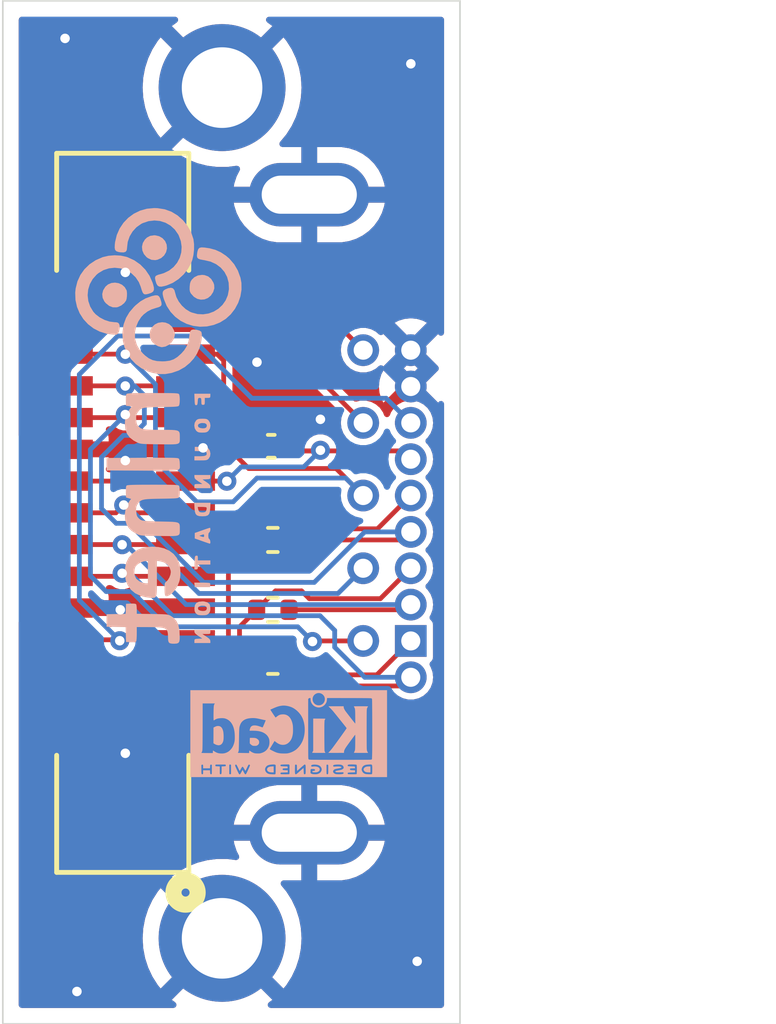
<source format=kicad_pcb>
(kicad_pcb (version 20240108) (generator "pcbnew") (generator_version "8.0")
  (title_block (title "VGA Connector board") (date "2024-02-08") (rev "V0.09") (company "Copyright (C) Victor Suarez Rovere") (comment 1 "License:  CERN OHL-S") (comment 2 "PCB design:  Mitch Altman & Victor Suarez Rovere") (comment 3 "Schematics capture:  Mitch Altman") (comment 4 "Circuit design & parts selection:  Victor Suarez Rovere"))
  (layers (0 "F.Cu" signal) (31 "B.Cu" signal) (34 "B.Paste" user) (35 "F.Paste" user) (36 "B.SilkS" user "B.Silkscreen") (37 "F.SilkS" user "F.Silkscreen") (38 "B.Mask" user) (39 "F.Mask" user) (44 "Edge.Cuts" user))
  (net 0 "")
  (net 1 "/5V0")
  (net 2 "GND")
  (net 3 "/SDA")
  (net 4 "/NC_PIN4")
  (net 5 "/NC_PIN11")
  (net 6 "/GREEN_RTN")
  (net 7 "/GREEN")
  (net 8 "/RED_RTN")
  (net 9 "/HSYNC")
  (net 10 "/BLUE")
  (net 11 "/VSYNC")
  (net 12 "/SCK")
  (net 13 "/RED")
  (net 14 "/BLUE_RTN")
  (footprint "" (layer "F.Cu") (at 112.5 78.25)
    (property "Reference" "MH1" (hide yes))
    (property "Value" "" (hide yes))
    (pad "18" thru_hole circle (at 0 0 90) (size 4 4) (drill 2.54) (layers "*.Cu" "*.Paste" "*.Mask") (net 2 "GND"))
  )
  (footprint "Resistor_SMD:R_0402_1005Metric" (layer "F.Cu") (at 114.1 94.7 180)
    (property "Reference" "R2")
    (property "Value" "150   1%" (hide yes))
    (pad "1" smd roundrect (at -0.51 0 180) (size 0.54 0.64) (layers "F.Cu" "F.Paste" "F.Mask") (net 6 "/GREEN_RTN"))
    (pad "2" smd roundrect (at 0.51 0 180) (size 0.54 0.64) (layers "F.Cu" "F.Paste" "F.Mask") (net 7 "/GREEN"))
  )
  (footprint "" (layer "F.Cu") (at 112.5 105.05)
    (property "Reference" "MH2" (hide yes))
    (property "Value" "" (hide yes))
    (pad "18" thru_hole circle (at 0 0 90) (size 4 4) (drill 2.54) (layers "*.Cu" "*.Paste" "*.Mask") (net 2 "GND"))
  )
  (footprint "Resistor_SMD:R_0402_1005Metric" (layer "F.Cu") (at 114.1 92.5 180)
    (property "Reference" "R1")
    (property "Value" "150   1%" (hide yes))
    (pad "1" smd roundrect (at -0.51 0 180) (size 0.54 0.64) (layers "F.Cu" "F.Paste" "F.Mask") (net 14 "/BLUE_RTN"))
    (pad "2" smd roundrect (at 0.51 0 180) (size 0.54 0.64) (layers "F.Cu" "F.Paste" "F.Mask") (net 10 "/BLUE"))
  )
  (footprint "Resistor_SMD:R_0402_1005Metric" (layer "F.Cu") (at 114.1 97.1 180)
    (property "Reference" "R3")
    (property "Value" "150   1%" (hide yes))
    (pad "1" smd roundrect (at -0.51 0 180) (size 0.54 0.64) (layers "F.Cu" "F.Paste" "F.Mask") (net 8 "/RED_RTN"))
    (pad "2" smd roundrect (at 0.51 0 180) (size 0.54 0.64) (layers "F.Cu" "F.Paste" "F.Mask") (net 13 "/RED"))
  )
  (footprint "Library:XKB_Connectivity_DOR02-15-X" (layer "F.Cu") (at 118.456202 95.651828 90)
    (property "Reference" "VGA1" (hide yes))
    (property "Value" "DE15 female" (hide yes))
    (pad "1" thru_hole rect (at -0.03 -0.008 90) (size 1 1) (drill 0.6) (layers "*.Cu" "*.Paste" "*.Mask") (net 13 "/RED"))
    (pad "2" thru_hole circle (at 2.26 -0.008 90) (size 1 1) (drill 0.6) (layers "*.Cu" "*.Paste" "*.Mask") (net 7 "/GREEN"))
    (pad "3" thru_hole circle (at 4.551 -0.008 90) (size 1 1) (drill 0.6) (layers "*.Cu" "*.Paste" "*.Mask") (net 10 "/BLUE"))
    (pad "4" thru_hole circle (at 6.84 -0.008 90) (size 1 1) (drill 0.6) (layers "*.Cu" "*.Paste" "*.Mask") (net 4 "/NC_PIN4"))
    (pad "5" thru_hole circle (at 9.13 -0.008 90) (size 1 1) (drill 0.6) (layers "*.Cu" "*.Paste" "*.Mask") (net 2 "GND"))
    (pad "6" thru_hole circle (at -1.175 -0.008 90) (size 1 1) (drill 0.6) (layers "*.Cu" "*.Paste" "*.Mask") (net 8 "/RED_RTN"))
    (pad "7" thru_hole circle (at 1.115 -0.008 90) (size 1 1) (drill 0.6) (layers "*.Cu" "*.Paste" "*.Mask") (net 6 "/GREEN_RTN"))
    (pad "8" thru_hole circle (at 3.405 -0.008 90) (size 1 1) (drill 0.6) (layers "*.Cu" "*.Paste" "*.Mask") (net 14 "/BLUE_RTN"))
    (pad "9" thru_hole circle (at 5.695 -0.008 90) (size 1 1) (drill 0.6) (layers "*.Cu" "*.Paste" "*.Mask") (net 1 "/5V0"))
    (pad "10" thru_hole circle (at 7.985 -0.008 90) (size 1 1) (drill 0.6) (layers "*.Cu" "*.Paste" "*.Mask") (net 2 "GND"))
    (pad "11" thru_hole circle (at -0.03 -1.508 90) (size 1 1) (drill 0.6) (layers "*.Cu" "*.Paste" "*.Mask") (net 5 "/NC_PIN11"))
    (pad "12" thru_hole circle (at 2.26 -1.508 90) (size 1 1) (drill 0.6) (layers "*.Cu" "*.Paste" "*.Mask") (net 3 "/SDA"))
    (pad "13" thru_hole circle (at 4.551 -1.508 90) (size 1 1) (drill 0.6) (layers "*.Cu" "*.Paste" "*.Mask") (net 9 "/HSYNC"))
    (pad "14" thru_hole circle (at 6.84 -1.508 90) (size 1 1) (drill 0.6) (layers "*.Cu" "*.Paste" "*.Mask") (net 11 "/VSYNC"))
    (pad "15" thru_hole circle (at 9.13 -1.508 90) (size 1 1) (drill 0.6) (layers "*.Cu" "*.Paste" "*.Mask") (net 12 "/SCK"))
    (pad "16" thru_hole oval (at -6.072 -3.208 90) (size 2 3.8) (drill oval 1.2 3) (layers "*.Cu" "*.Paste" "*.Mask") (net 2 "GND"))
    (pad "17" thru_hole oval (at 14.028 -3.208 90) (size 2 3.8) (drill oval 1.2 3) (layers "*.Cu" "*.Paste" "*.Mask") (net 2 "GND"))
  )
  (footprint "Capacitor_SMD:C_0402_1005Metric" (layer "F.Cu") (at 114.05 89.55 180)
    (property "Reference" "C1" (hide yes))
    (property "Value" "0.1uF" (hide yes))
    (pad "1" smd roundrect (at -0.48 0 180) (size 0.56 0.62) (layers "F.Cu" "F.Paste" "F.Mask") (net 1 "/5V0"))
    (pad "2" smd roundrect (at 0.48 0 180) (size 0.56 0.62) (layers "F.Cu" "F.Paste" "F.Mask") (net 2 "GND"))
  )
  (footprint "Library:TE Connectivity 1-1734248-5_ultralibrarian" (layer "F.Cu") (at 111.349 98.645998 -90)
    (property "Reference" "J1" (hide yes))
    (property "Value" "FPC Cable connector 1x15" (hide yes))
    (pad "1" smd rect (at 0 0 270) (size 0.6096 1.8542) (layers "F.Cu" "F.Paste" "F.Mask") (net 13 "/RED"))
    (pad "2" smd rect (at 0 3.75 270) (size 0.6096 1.651) (layers "F.Cu" "F.Paste" "F.Mask") (net 13 "/RED"))
    (pad "3" smd rect (at -0.999998 0 270) (size 0.6096 1.8542) (layers "F.Cu" "F.Paste" "F.Mask") (net 7 "/GREEN"))
    (pad "4" smd rect (at -0.999998 3.75 270) (size 0.6096 1.651) (layers "F.Cu" "F.Paste" "F.Mask") (net 7 "/GREEN"))
    (pad "5" smd rect (at -1.999999 0 270) (size 0.6096 1.8542) (layers "F.Cu" "F.Paste" "F.Mask") (net 10 "/BLUE"))
    (pad "6" smd rect (at -1.999999 3.75 270) (size 0.6096 1.651) (layers "F.Cu" "F.Paste" "F.Mask") (net 10 "/BLUE"))
    (pad "7" smd rect (at -2.999999 0 270) (size 0.6096 1.8542) (layers "F.Cu" "F.Paste" "F.Mask") (net 4 "/NC_PIN4"))
    (pad "8" smd rect (at -2.999999 3.75 270) (size 0.6096 1.651) (layers "F.Cu" "F.Paste" "F.Mask") (net 4 "/NC_PIN4"))
    (pad "9" smd rect (at -4 0 270) (size 0.6096 1.8542) (layers "F.Cu" "F.Paste" "F.Mask") (net 2 "GND"))
    (pad "10" smd rect (at -4 3.75 270) (size 0.6096 1.651) (layers "F.Cu" "F.Paste" "F.Mask") (net 2 "GND"))
    (pad "11" smd rect (at -4.999998 0 270) (size 0.6096 1.8542) (layers "F.Cu" "F.Paste" "F.Mask") (net 8 "/RED_RTN"))
    (pad "12" smd rect (at -4.999998 3.75 270) (size 0.6096 1.651) (layers "F.Cu" "F.Paste" "F.Mask") (net 8 "/RED_RTN"))
    (pad "13" smd rect (at -5.999999 0 270) (size 0.6096 1.8542) (layers "F.Cu" "F.Paste" "F.Mask") (net 6 "/GREEN_RTN"))
    (pad "14" smd rect (at -5.999999 3.75 270) (size 0.6096 1.651) (layers "F.Cu" "F.Paste" "F.Mask") (net 6 "/GREEN_RTN"))
    (pad "15" smd rect (at -6.999999 0 270) (size 0.6096 1.8542) (layers "F.Cu" "F.Paste" "F.Mask") (net 14 "/BLUE_RTN"))
    (pad "16" smd rect (at -6.999999 3.75 270) (size 0.6096 1.651) (layers "F.Cu" "F.Paste" "F.Mask") (net 14 "/BLUE_RTN"))
    (pad "17" smd rect (at -8 0 270) (size 0.6096 1.8542) (layers "F.Cu" "F.Paste" "F.Mask") (net 1 "/5V0"))
    (pad "18" smd rect (at -8 3.75 270) (size 0.6096 1.651) (layers "F.Cu" "F.Paste" "F.Mask") (net 1 "/5V0"))
    (pad "19" smd rect (at -9 0 270) (size 0.6096 1.8542) (layers "F.Cu" "F.Paste" "F.Mask") (net 2 "GND"))
    (pad "20" smd rect (at -9 3.75 270) (size 0.6096 1.651) (layers "F.Cu" "F.Paste" "F.Mask") (net 2 "GND"))
    (pad "21" smd rect (at -9.999998 0 270) (size 0.6096 1.8542) (layers "F.Cu" "F.Paste" "F.Mask") (net 5 "/NC_PIN11"))
    (pad "22" smd rect (at -9.999998 3.75 270) (size 0.6096 1.651) (layers "F.Cu" "F.Paste" "F.Mask") (net 5 "/NC_PIN11"))
    (pad "23" smd rect (at -10.999999 0 270) (size 0.6096 1.8542) (layers "F.Cu" "F.Paste" "F.Mask") (net 3 "/SDA"))
    (pad "24" smd rect (at -10.999999 3.75 270) (size 0.6096 1.651) (layers "F.Cu" "F.Paste" "F.Mask") (net 3 "/SDA"))
    (pad "25" smd rect (at -11.999999 0 270) (size 0.6096 1.8542) (layers "F.Cu" "F.Paste" "F.Mask") (net 9 "/HSYNC"))
    (pad "26" smd rect (at -11.999999 3.75 270) (size 0.6096 1.651) (layers "F.Cu" "F.Paste" "F.Mask") (net 9 "/HSYNC"))
    (pad "27" smd rect (at -13 0 270) (size 0.6096 1.8542) (layers "F.Cu" "F.Paste" "F.Mask") (net 11 "/VSYNC"))
    (pad "28" smd rect (at -13 3.75 270) (size 0.6096 1.651) (layers "F.Cu" "F.Paste" "F.Mask") (net 11 "/VSYNC"))
    (pad "29" smd rect (at -14 0 270) (size 0.6096 1.8542) (layers "F.Cu" "F.Paste" "F.Mask") (net 12 "/SCK"))
    (pad "30" smd rect (at -14 3.75 270) (size 0.6096 1.651) (layers "F.Cu" "F.Paste" "F.Mask") (net 12 "/SCK"))
  )
  (footprint "LOGO" (layer "B.Cu") (at 110.49 88.9 -90)
    (property "Reference" "G***" (hide yes))
    (property "Value" "LOGO" (hide yes))
  )
  (footprint "LOGO" (layer "B.Cu") (at 114.6 98.6 180)
    (property "Reference" "G***" (hide yes))
    (property "Value" "LOGO" (hide yes))
  )
  (gr_rect (start 105.589 75.515) (end 119.9988 107.746) (stroke (width 0.05)) (fill none) (layer "Edge.Cuts"))
  (segment (start 114.675 89.695) (end 114.53 89.55) (width 0.15) (layer "F.Cu") (net 1))
  (segment (start 115.58 89.695) (end 114.675 89.695) (width 0.15) (layer "F.Cu") (net 1))
  (segment (start 115.6 89.675) (end 115.58 89.695) (width 0.15) (layer "F.Cu") (net 1))
  (segment (start 112.645998 90.645998) (end 107.599 90.645998) (width 0.15) (layer "F.Cu") (net 1))
  (segment (start 118.186374 89.695) (end 114.675 89.695) (width 0.15) (layer "F.Cu") (net 1))
  (segment (start 112.65 90.65) (end 112.645998 90.645998) (width 0.15) (layer "F.Cu") (net 1))
  (segment (start 118.448202 89.956828) (end 118.186374 89.695) (width 0.15) (layer "F.Cu") (net 1))
  (via (at 115.6 89.675) (size 0.6) (drill 0.3) (layers "F.Cu" "B.Cu") (net 1))
  (via (at 112.65 90.65) (size 0.6) (drill 0.3) (layers "F.Cu" "B.Cu") (net 1))
  (segment (start 113.1 90.2) (end 115.075 90.2) (width 0.15) (layer "B.Cu") (net 1))
  (segment (start 112.65 90.65) (end 113.1 90.2) (width 0.15) (layer "B.Cu") (net 1))
  (segment (start 115.075 90.2) (end 115.6 89.675) (width 0.15) (layer "B.Cu") (net 1))
  (segment (start 109.391996 94.7) (end 109.445998 94.645998) (width 0.15) (layer "F.Cu") (net 2))
  (segment (start 109.291698 94.7) (end 109.391996 94.7) (width 0.15) (layer "F.Cu") (net 2))
  (segment (start 109.291698 94.7) (end 109.237696 94.645998) (width 0.15) (layer "F.Cu") (net 2))
  (segment (start 109.45 90) (end 109.5 89.95) (width 0.15) (layer "F.Cu") (net 2))
  (segment (start 109.237696 94.645998) (end 107.599 94.645998) (width 0.15) (layer "F.Cu") (net 2))
  (segment (start 109.3457 94.645998) (end 111.349 94.645998) (width 0.15) (layer "F.Cu") (net 2))
  (segment (start 109.45 90) (end 109.504002 89.945998) (width 0.15) (layer "F.Cu") (net 2))
  (segment (start 107.5719 89.618898) (end 107.599 89.645998) (width 0.15) (layer "F.Cu") (net 2))
  (segment (start 109.5 89.95) (end 109.7 89.95) (width 0.15) (layer "F.Cu") (net 2))
  (segment (start 107.599 89.645998) (end 111.349 89.645998) (width 0.15) (layer "F.Cu") (net 2))
  (segment (start 109.504002 89.945998) (end 109.7 89.945998) (width 0.15) (layer "F.Cu") (net 2))
  (segment (start 109.291698 94.7) (end 109.3457 94.645998) (width 0.15) (layer "F.Cu") (net 2))
  (via (at 111.9 89.6) (size 0.6) (drill 0.3) (layers "F.Cu" "B.Cu") (net 2))
  (via (at 107.55 76.7) (size 0.6) (drill 0.3) (layers "F.Cu" "B.Cu") (net 2))
  (via (at 115.6 88.7) (size 0.6) (drill 0.3) (layers "F.Cu" "B.Cu") (net 2))
  (via (at 109.291698 94.7) (size 0.6) (drill 0.3) (layers "F.Cu" "B.Cu") (net 2))
  (via (at 107.925 106.725) (size 0.6) (drill 0.3) (layers "F.Cu" "B.Cu") (net 2))
  (via (at 113.6 86.9) (size 0.6) (drill 0.3) (layers "F.Cu" "B.Cu") (net 2))
  (via (at 118.45 77.5) (size 0.6) (drill 0.3) (layers "F.Cu" "B.Cu") (net 2))
  (via (at 109.45 99.220998) (size 0.6) (drill 0.3) (layers "F.Cu" "B.Cu") (net 2))
  (via (at 118.65 105.775) (size 0.6) (drill 0.3) (layers "F.Cu" "B.Cu") (net 2))
  (via (at 109.45 84.070998) (size 0.6) (drill 0.3) (layers "F.Cu" "B.Cu") (net 2))
  (via (at 109.45 90) (size 0.6) (drill 0.3) (layers "F.Cu" "B.Cu") (net 2))
  (segment (start 109.454001 87.645999) (end 111.349 87.645999) (width 0.15) (layer "F.Cu") (net 3))
  (segment (start 109.45 87.65) (end 109.454001 87.645999) (width 0.15) (layer "F.Cu") (net 3))
  (segment (start 107.599 87.645999) (end 109.445999 87.645999) (width 0.15) (layer "F.Cu") (net 3))
  (segment (start 109.445999 87.645999) (end 109.45 87.65) (width 0.15) (layer "F.Cu") (net 3))
  (via (at 109.45 87.65) (size 0.6) (drill 0.3) (layers "F.Cu" "B.Cu") (net 3))
  (segment (start 109.389974 89.205) (end 109.679889 89.205) (width 0.15) (layer "B.Cu") (net 3))
  (segment (start 108.7 91.513173) (end 108.7 89.894974) (width 0.15) (layer "B.Cu") (net 3))
  (segment (start 108.7 89.894974) (end 109.389974 89.205) (width 0.15) (layer "B.Cu") (net 3))
  (segment (start 109.679889 89.205) (end 110.05 88.834889) (width 0.15) (layer "B.Cu") (net 3))
  (segment (start 116.153202 94.186828) (end 111.771717 94.186828) (width 0.15) (layer "B.Cu") (net 3))
  (segment (start 109.75 87.65) (end 109.45 87.65) (width 0.15) (layer "B.Cu") (net 3))
  (segment (start 111.771717 94.186828) (end 109.559889 91.975) (width 0.15) (layer "B.Cu") (net 3))
  (segment (start 110.05 87.95) (end 109.75 87.65) (width 0.15) (layer "B.Cu") (net 3))
  (segment (start 116.948202 93.391828) (end 116.153202 94.186828) (width 0.15) (layer "B.Cu") (net 3))
  (segment (start 109.559889 91.975) (end 109.161827 91.975) (width 0.15) (layer "B.Cu") (net 3))
  (segment (start 109.161827 91.975) (end 108.7 91.513173) (width 0.15) (layer "B.Cu") (net 3))
  (segment (start 110.05 88.834889) (end 110.05 87.95) (width 0.15) (layer "B.Cu") (net 3))
  (segment (start 109.454001 95.645999) (end 111.349 95.645999) (width 0.15) (layer "F.Cu") (net 4))
  (segment (start 109.245999 95.645999) (end 107.599 95.645999) (width 0.15) (layer "F.Cu") (net 4))
  (segment (start 109.275 95.675) (end 109.416998 95.675) (width 0.15) (layer "F.Cu") (net 4))
  (segment (start 109.416998 95.675) (end 109.445999 95.645999) (width 0.15) (layer "F.Cu") (net 4))
  (segment (start 109.275 95.675) (end 109.245999 95.645999) (width 0.15) (layer "F.Cu") (net 4))
  (via (at 109.275 95.675) (size 0.6) (drill 0.3) (layers "F.Cu" "B.Cu") (net 4))
  (segment (start 109.211827 86.075) (end 111.475 86.075) (width 0.15) (layer "B.Cu") (net 4))
  (segment (start 108 87.286827) (end 109.211827 86.075) (width 0.15) (layer "B.Cu") (net 4))
  (segment (start 109.275 95.675) (end 108 94.4) (width 0.15) (layer "B.Cu") (net 4))
  (segment (start 108 94.4) (end 108 87.286827) (width 0.15) (layer "B.Cu") (net 4))
  (segment (start 117.673202 88.036828) (end 118.448202 88.811828) (width 0.15) (layer "B.Cu") (net 4))
  (segment (start 111.475 86.075) (end 113.436828 88.036828) (width 0.15) (layer "B.Cu") (net 4))
  (segment (start 113.436828 88.036828) (end 117.673202 88.036828) (width 0.15) (layer "B.Cu") (net 4))
  (segment (start 115.35 95.7) (end 115.368172 95.681828) (width 0.15) (layer "F.Cu") (net 5))
  (segment (start 109.546 88.646) (end 111.349 88.646) (width 0.15) (layer "F.Cu") (net 5))
  (segment (start 109.45 88.55) (end 109.354 88.646) (width 0.15) (layer "F.Cu") (net 5))
  (segment (start 109.354 88.646) (end 107.599 88.646) (width 0.15) (layer "F.Cu") (net 5))
  (segment (start 115.368172 95.681828) (end 116.948202 95.681828) (width 0.15) (layer "F.Cu") (net 5))
  (segment (start 109.45 88.55) (end 109.546 88.646) (width 0.15) (layer "F.Cu") (net 5))
  (via (at 115.35 95.7) (size 0.6) (drill 0.3) (layers "F.Cu" "B.Cu") (net 5))
  (via (at 109.45 88.55) (size 0.6) (drill 0.3) (layers "F.Cu" "B.Cu") (net 5))
  (segment (start 114.886828 95.236828) (end 110.761717 95.236828) (width 0.15) (layer "B.Cu") (net 5))
  (segment (start 115.35 95.7) (end 114.886828 95.236828) (width 0.15) (layer "B.Cu") (net 5))
  (segment (start 110.761717 95.236828) (end 109.649889 94.125) (width 0.15) (layer "B.Cu") (net 5))
  (segment (start 108.35 89.65) (end 109.45 88.55) (width 0.15) (layer "B.Cu") (net 5))
  (segment (start 109.649889 94.125) (end 108.845623 94.125) (width 0.15) (layer "B.Cu") (net 5))
  (segment (start 108.35 93.629377) (end 108.35 89.65) (width 0.15) (layer "B.Cu") (net 5))
  (segment (start 108.845623 94.125) (end 108.35 93.629377) (width 0.15) (layer "B.Cu") (net 5))
  (segment (start 109.345999 92.645999) (end 107.599 92.645999) (width 0.15) (layer "F.Cu") (net 6))
  (segment (start 109.35 92.65) (end 109.354001 92.645999) (width 0.15) (layer "F.Cu") (net 6))
  (segment (start 109.354001 92.645999) (end 111.349 92.645999) (width 0.15) (layer "F.Cu") (net 6))
  (segment (start 114.61 94.7) (end 118.28503 94.7) (width 0.15) (layer "F.Cu") (net 6))
  (segment (start 118.28503 94.7) (end 118.448202 94.536828) (width 0.15) (layer "F.Cu") (net 6))
  (segment (start 109.35 92.65) (end 109.345999 92.645999) (width 0.15) (layer "F.Cu") (net 6))
  (via (at 109.35 92.65) (size 0.6) (drill 0.3) (layers "F.Cu" "B.Cu") (net 6))
  (segment (start 109.479863 92.65) (end 111.366691 94.536828) (width 0.15) (layer "B.Cu") (net 6))
  (segment (start 111.366691 94.536828) (end 118.448202 94.536828) (width 0.15) (layer "B.Cu") (net 6))
  (segment (start 109.35 92.65) (end 109.479863 92.65) (width 0.15) (layer "B.Cu") (net 6))
  (segment (start 113.05 95.24) (end 113.59 94.7) (width 0.15) (layer "F.Cu") (net 7))
  (segment (start 115.25 94.35) (end 115.005 94.105) (width 0.15) (layer "F.Cu") (net 7))
  (segment (start 112.130899 97.646) (end 113.05 96.726899) (width 0.15) (layer "F.Cu") (net 7))
  (segment (start 115.005 94.105) (end 114.185 94.105) (width 0.15) (layer "F.Cu") (net 7))
  (segment (start 111.349 97.646) (end 112.130899 97.646) (width 0.15) (layer "F.Cu") (net 7))
  (segment (start 117.49003 94.35) (end 115.25 94.35) (width 0.15) (layer "F.Cu") (net 7))
  (segment (start 114.185 94.105) (end 113.59 94.7) (width 0.15) (layer "F.Cu") (net 7))
  (segment (start 118.448202 93.391828) (end 117.49003 94.35) (width 0.15) (layer "F.Cu") (net 7))
  (segment (start 107.599 97.646) (end 111.349 97.646) (width 0.15) (layer "F.Cu") (net 7))
  (segment (start 113.05 96.726899) (end 113.05 95.24) (width 0.15) (layer "F.Cu") (net 7))
  (segment (start 109.35 93.55) (end 109.446 93.646) (width 0.15) (layer "F.Cu") (net 8))
  (segment (start 118.448202 96.826828) (end 118.17503 97.1) (width 0.15) (layer "F.Cu") (net 8))
  (segment (start 118.17503 97.1) (end 114.61 97.1) (width 0.15) (layer "F.Cu") (net 8))
  (segment (start 109.454 93.646) (end 111.349 93.646) (width 0.15) (layer "F.Cu") (net 8))
  (segment (start 109.254 93.646) (end 107.599 93.646) (width 0.15) (layer "F.Cu") (net 8))
  (segment (start 109.35 93.55) (end 109.254 93.646) (width 0.15) (layer "F.Cu") (net 8))
  (via (at 109.35 93.55) (size 0.6) (drill 0.3) (layers "F.Cu" "B.Cu") (net 8))
  (segment (start 109.35 93.55) (end 109.6 93.55) (width 0.15) (layer "B.Cu") (net 8))
  (segment (start 116.05 95.879642) (end 116.997186 96.826828) (width 0.15) (layer "B.Cu") (net 8))
  (segment (start 116.997186 96.826828) (end 118.448202 96.826828) (width 0.15) (layer "B.Cu") (net 8))
  (segment (start 110.936828 94.886828) (end 115.586828 94.886828) (width 0.15) (layer "B.Cu") (net 8))
  (segment (start 116.05 95.35) (end 116.05 95.879642) (width 0.15) (layer "B.Cu") (net 8))
  (segment (start 115.586828 94.886828) (end 116.05 95.35) (width 0.15) (layer "B.Cu") (net 8))
  (segment (start 109.6 93.55) (end 110.936828 94.886828) (width 0.15) (layer "B.Cu") (net 8))
  (segment (start 113.33922 90.25) (end 112.5511 89.46188) (width 0.15) (layer "F.Cu") (net 9))
  (segment (start 116.097374 90.25) (end 113.33922 90.25) (width 0.15) (layer "F.Cu") (net 9))
  (segment (start 107.599 86.645999) (end 109.445999 86.645999) (width 0.15) (layer "F.Cu") (net 9))
  (segment (start 112.5511 89.46188) (end 112.5511 86.8511) (width 0.15) (layer "F.Cu") (net 9))
  (segment (start 112.345999 86.645999) (end 111.349 86.645999) (width 0.15) (layer "F.Cu") (net 9))
  (segment (start 109.454001 86.645999) (end 111.349 86.645999) (width 0.15) (layer "F.Cu") (net 9))
  (segment (start 112.5511 86.8511) (end 112.345999 86.645999) (width 0.15) (layer "F.Cu") (net 9))
  (segment (start 109.45 86.65) (end 109.454001 86.645999) (width 0.15) (layer "F.Cu") (net 9))
  (segment (start 109.445999 86.645999) (end 109.45 86.65) (width 0.15) (layer "F.Cu") (net 9))
  (segment (start 116.948202 91.100828) (end 116.097374 90.25) (width 0.15) (layer "F.Cu") (net 9))
  (via (at 109.45 86.65) (size 0.6) (drill 0.3) (layers "F.Cu" "B.Cu") (net 9))
  (segment (start 116.948202 91.100828) (end 116.397374 90.55) (width 0.15) (layer "B.Cu") (net 9))
  (segment (start 110.4 87.6) (end 109.45 86.65) (width 0.15) (layer "B.Cu") (net 9))
  (segment (start 112.85 91.3) (end 111.7 91.3) (width 0.15) (layer "B.Cu") (net 9))
  (segment (start 111.7 91.3) (end 110.4 90) (width 0.15) (layer "B.Cu") (net 9))
  (segment (start 110.4 90) (end 110.4 87.6) (width 0.15) (layer "B.Cu") (net 9))
  (segment (start 113.6 90.55) (end 112.85 91.3) (width 0.15) (layer "B.Cu") (net 9))
  (segment (start 116.397374 90.55) (end 113.6 90.55) (width 0.15) (layer "B.Cu") (net 9))
  (segment (start 109.395999 96.645999) (end 109.4 96.65) (width 0.15) (layer "F.Cu") (net 10))
  (segment (start 109.4 96.65) (end 109.404001 96.645999) (width 0.15) (layer "F.Cu") (net 10))
  (segment (start 115.155 92.141432) (end 114.918568 91.905) (width 0.15) (layer "F.Cu") (net 10))
  (segment (start 113.59 92.51) (end 112.7 93.4) (width 0.15) (layer "F.Cu") (net 10))
  (segment (start 112.7 96.391457) (end 112.445458 96.645999) (width 0.15) (layer "F.Cu") (net 10))
  (segment (start 107.599 96.645999) (end 109.395999 96.645999) (width 0.15) (layer "F.Cu") (net 10))
  (segment (start 109.454001 96.645999) (end 111.349 96.645999) (width 0.15) (layer "F.Cu") (net 10))
  (segment (start 112.7 93.4) (end 112.7 96.391457) (width 0.15) (layer "F.Cu") (net 10))
  (segment (start 118.448202 91.100828) (end 117.39903 92.15) (width 0.15) (layer "F.Cu") (net 10))
  (segment (start 113.59 92.5) (end 113.59 92.51) (width 0.15) (layer "F.Cu") (net 10))
  (segment (start 112.445458 96.645999) (end 111.349 96.645999) (width 0.15) (layer "F.Cu") (net 10))
  (segment (start 114.918568 91.905) (end 114.185 91.905) (width 0.15) (layer "F.Cu") (net 10))
  (segment (start 117.39903 92.15) (end 115.155 92.15) (width 0.15) (layer "F.Cu") (net 10))
  (segment (start 109.404001 96.645999) (end 109.445999 96.645999) (width 0.15) (layer "F.Cu") (net 10))
  (segment (start 114.185 91.905) (end 113.59 92.5) (width 0.15) (layer "F.Cu") (net 10))
  (segment (start 115.155 92.15) (end 115.155 92.141432) (width 0.15) (layer "F.Cu") (net 10))
  (segment (start 111.349 85.645998) (end 113.782372 85.645998) (width 0.15) (layer "F.Cu") (net 11))
  (segment (start 113.782372 85.645998) (end 116.948202 88.811828) (width 0.15) (layer "F.Cu") (net 11))
  (segment (start 107.599 85.645998) (end 111.349 85.645998) (width 0.15) (layer "F.Cu") (net 11))
  (segment (start 115.072372 84.645998) (end 111.349 84.645998) (width 0.15) (layer "F.Cu") (net 12))
  (segment (start 107.599 84.645998) (end 111.349 84.645998) (width 0.15) (layer "F.Cu") (net 12))
  (segment (start 116.948202 86.521828) (end 115.072372 84.645998) (width 0.15) (layer "F.Cu") (net 12))
  (segment (start 118.448202 95.681828) (end 117.38003 96.75) (width 0.15) (layer "F.Cu") (net 13))
  (segment (start 112.204002 98.645998) (end 111.349 98.645998) (width 0.15) (layer "F.Cu") (net 13))
  (segment (start 114.185 96.505) (end 113.59 97.1) (width 0.15) (layer "F.Cu") (net 13))
  (segment (start 107.599 98.645998) (end 111.349 98.645998) (width 0.15) (layer "F.Cu") (net 13))
  (segment (start 115.163568 96.75) (end 114.918568 96.505) (width 0.15) (layer "F.Cu") (net 13))
  (segment (start 113.59 97.26) (end 112.204002 98.645998) (width 0.15) (layer "F.Cu") (net 13))
  (segment (start 114.918568 96.505) (end 114.185 96.505) (width 0.15) (layer "F.Cu") (net 13))
  (segment (start 117.38003 96.75) (end 115.163568 96.75) (width 0.15) (layer "F.Cu") (net 13))
  (segment (start 113.59 97.18) (end 113.59 97.26) (width 0.15) (layer "F.Cu") (net 13))
  (segment (start 109.4 91.4) (end 109.645999 91.645999) (width 0.15) (layer "F.Cu") (net 14))
  (segment (start 118.19503 92.5) (end 118.448202 92.246828) (width 0.15) (layer "F.Cu") (net 14))
  (segment (start 109.645999 91.645999) (end 111.349 91.645999) (width 0.15) (layer "F.Cu") (net 14))
  (segment (start 109.4 91.4) (end 109.154001 91.645999) (width 0.15) (layer "F.Cu") (net 14))
  (segment (start 109.154001 91.645999) (end 107.599 91.645999) (width 0.15) (layer "F.Cu") (net 14))
  (segment (start 114.41 92.5) (end 118.19503 92.5) (width 0.15) (layer "F.Cu") (net 14))
  (via (at 109.4 91.4) (size 0.6) (drill 0.3) (layers "F.Cu" "B.Cu") (net 14))
  (segment (start 109.479863 91.4) (end 111.916691 93.836828) (width 0.15) (layer "B.Cu") (net 14))
  (segment (start 116.997186 92.246828) (end 118.448202 92.246828) (width 0.15) (layer "B.Cu") (net 14))
  (segment (start 115.407186 93.836828) (end 116.997186 92.246828) (width 0.15) (layer "B.Cu") (net 14))
  (segment (start 109.4 91.4) (end 109.479863 91.4) (width 0.15) (layer "B.Cu") (net 14))
  (segment (start 111.916691 93.836828) (end 115.407186 93.836828) (width 0.15) (layer "B.Cu") (net 14))
  (zone (net 2) (net_name "GND") (layer "F.Cu") (connect_pads (clearance 0.2)) (min_thickness 0.2) (fill yes (thermal_gap 0.5) (thermal_bridge_width 0.5))
    (polygon (pts (xy 105.5 75.5) (xy 120.25 75.5) (xy 120.265 107.75) (xy 105.5 107.75)))
  )
  (zone (net 2) (net_name "GND") (layer "B.Cu") (priority 1) (connect_pads (clearance 0.2)) (min_thickness 0.2) (fill yes (thermal_gap 0.5) (thermal_bridge_width 0.5))
    (polygon (pts (xy 105.75 75.5) (xy 120.25 75.5) (xy 120.25 107.75) (xy 105.75 107.75)))
  )
)
</source>
